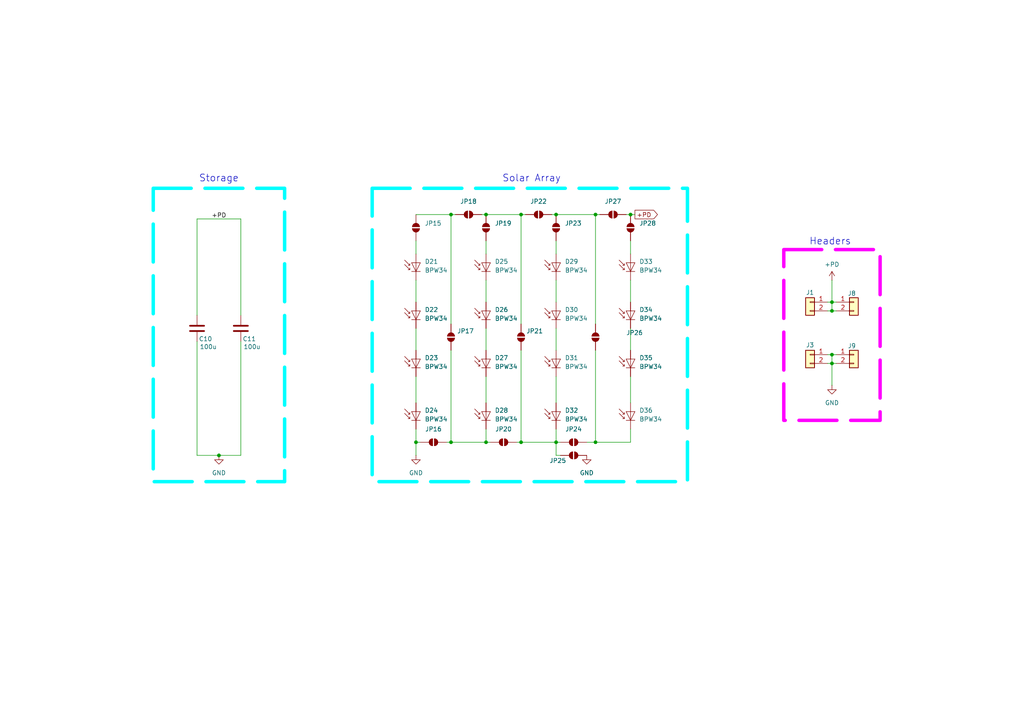
<source format=kicad_sch>
(kicad_sch (version 20231120) (generator "eeschema") (generator_version "8.0")
  (paper "A4")
  (lib_symbols
    (symbol "Connector_Generic:Conn_01x02" (pin_names (offset 1.016) hide)
      (property "Reference" "J" (at 0 2.54 0))
      (property "Value" "Conn_01x02" (at 0 -5.08 0))
      (symbol "Conn_01x02_1_1"
        (rectangle (start -1.27 -2.413) (end 0 -2.667) (stroke (width 0.1524)))
        (rectangle (start -1.27 0.127) (end 0 -0.127) (stroke (width 0.1524)))
        (rectangle (start -1.27 1.27) (end 1.27 -3.81) (stroke (width 0.254)) (fill (type background)))
        (pin passive line (at -5.08 0 0) (length 3.81) (name "Pin_1") (number "1"))
        (pin passive line (at -5.08 -2.54 0) (length 3.81) (name "Pin_2") (number "2"))
      )
    )
    (symbol "Device:C" (pin_numbers hide) (pin_names (offset 0.254))
      (property "Reference" "C" (at 0.635 2.54 0))
      (property "Value" "C" (at 0.635 -2.54 0))
      (symbol "C_0_1"
        (polyline (pts (xy -2.032 -0.762) (xy 2.032 -0.762)) (stroke (width 0.508)))
        (polyline (pts (xy -2.032 0.762) (xy 2.032 0.762)) (stroke (width 0.508)))
      )
      (symbol "C_1_1"
        (pin passive line (at 0 3.81 270) (length 2.794) (name "~") (number "1"))
        (pin passive line (at 0 -3.81 90) (length 2.794) (name "~") (number "2"))
      )
    )
    (symbol "Jumper:SolderJumper_2_Open" (pin_numbers hide) (pin_names (offset 0) hide) (exclude_from_sim yes) (in_bom no)
      (property "Reference" "JP" (at 0 2.032 0))
      (property "Value" "SolderJumper_2_Open" (at 0 -2.54 0))
      (symbol "SolderJumper_2_Open_0_1"
        (arc (start -0.254 1.016) (mid -1.2656 0) (end -0.254 -1.016))
        (arc (start -0.254 1.016) (mid -1.2656 0) (end -0.254 -1.016) (fill (type outline)))
        (polyline (pts (xy -0.254 1.016) (xy -0.254 -1.016)))
        (polyline (pts (xy 0.254 1.016) (xy 0.254 -1.016)))
        (arc (start 0.254 -1.016) (mid 1.2656 0) (end 0.254 1.016))
        (arc (start 0.254 -1.016) (mid 1.2656 0) (end 0.254 1.016) (fill (type outline)))
      )
      (symbol "SolderJumper_2_Open_1_1"
        (pin passive line (at -3.81 0 0) (length 2.54) (name "A") (number "1"))
        (pin passive line (at 3.81 0 180) (length 2.54) (name "B") (number "2"))
      )
    )
    (symbol "Sensor_Optical:BPW34" (pin_numbers hide) (pin_names (offset 1.016) hide)
      (property "Reference" "D" (at 0.508 1.778 0))
      (property "Value" "BPW34" (at -1.016 -2.794 0))
      (symbol "BPW34_0_1"
        (polyline (pts (xy -2.54 1.27) (xy -2.54 -1.27)) (stroke (width 0.1524)))
        (polyline (pts (xy -2.032 1.778) (xy -1.524 1.778)))
        (polyline (pts (xy 0 -1.27) (xy 0 1.27)))
        (polyline (pts (xy 0 0) (xy -2.54 0)))
        (polyline (pts (xy -0.508 3.302) (xy -2.032 1.778) (xy -2.032 2.286)))
        (polyline (pts (xy 0 1.27) (xy -2.54 0) (xy 0 -1.27)))
        (polyline (pts (xy 0.762 3.302) (xy -0.762 1.778) (xy -0.762 2.286) (xy -0.762 1.778) (xy -0.254 1.778)))
      )
      (symbol "BPW34_1_1"
        (pin passive line (at -5.08 0 0) (length 2.54) (name "K") (number "1"))
        (pin passive line (at 2.54 0 180) (length 2.54) (name "A") (number "2"))
      )
    )
    (symbol "power:GND" (power) (pin_numbers hide) (pin_names (offset 0) hide)
      (property "Value" "GND" (at 0 -3.81 0))
      (symbol "GND_0_1"
        (polyline (pts (xy 0 0) (xy 0 -1.27) (xy 1.27 -1.27) (xy 0 -2.54) (xy -1.27 -1.27) (xy 0 -1.27)))
      )
      (symbol "GND_1_1"
        (pin power_in line (at 0 0 270) (length 0) (name "~") (number "1"))
      )
    )
    (symbol "power:VCC" (power) (pin_numbers hide) (pin_names (offset 0) hide)
      (property "Value" "VCC" (at 0 3.556 0))
      (symbol "VCC_0_1"
        (polyline (pts (xy -0.762 1.27) (xy 0 2.54)))
        (polyline (pts (xy 0 0) (xy 0 2.54)))
        (polyline (pts (xy 0 2.54) (xy 0.762 1.27)))
      )
      (symbol "VCC_1_1"
        (pin power_in line (at 0 0 90) (length 0) (name "~") (number "1"))
      )
    )
  )
  (junction (at 241.3 90.17))
  (junction (at 130.81 128.27))
  (junction (at 151.13 62.23))
  (junction (at 172.72 62.23))
  (junction (at 63.5 132.08))
  (junction (at 182.88 62.23))
  (junction (at 241.3 105.41))
  (junction (at 172.72 128.27))
  (junction (at 151.13 128.27))
  (junction (at 161.29 62.23))
  (junction (at 140.97 128.27))
  (junction (at 140.97 62.23))
  (junction (at 120.65 128.27))
  (junction (at 161.29 128.27))
  (junction (at 241.3 87.63))
  (junction (at 130.81 62.23))
  (junction (at 241.3 102.87))
  (wire (pts (xy 120.65 109.22) (xy 120.65 116.84)))
  (wire (pts (xy 161.29 62.23) (xy 172.72 62.23)))
  (wire (pts (xy 162.56 132.08) (xy 161.29 132.08)))
  (wire (pts (xy 161.29 128.27) (xy 162.56 128.27)))
  (wire (pts (xy 182.88 95.25) (xy 182.88 101.6)))
  (wire (pts (xy 172.72 93.98) (xy 172.72 62.23)))
  (wire (pts (xy 182.88 62.23) (xy 184.15 62.23)))
  (wire (pts (xy 149.86 128.27) (xy 151.13 128.27)))
  (wire (pts (xy 181.61 62.23) (xy 182.88 62.23)))
  (wire (pts (xy 182.88 81.28) (xy 182.88 87.63)))
  (wire (pts (xy 140.97 73.66) (xy 140.97 69.85)))
  (wire (pts (xy 241.3 102.87) (xy 242.57 102.87)))
  (wire (pts (xy 142.24 128.27) (xy 140.97 128.27)))
  (wire (pts (xy 120.65 128.27) (xy 121.92 128.27)))
  (wire (pts (xy 241.3 102.87) (xy 241.3 105.41)))
  (wire (pts (xy 129.54 128.27) (xy 130.81 128.27)))
  (wire (pts (xy 172.72 128.27) (xy 182.88 128.27)))
  (wire (pts (xy 241.3 105.41) (xy 241.3 111.76)))
  (wire (pts (xy 140.97 109.22) (xy 140.97 116.84)))
  (wire (pts (xy 241.3 81.28) (xy 241.3 87.63)))
  (wire (pts (xy 130.81 101.6) (xy 130.81 128.27)))
  (wire (pts (xy 69.85 132.08) (xy 69.85 99.06)))
  (wire (pts (xy 120.65 81.28) (xy 120.65 87.63)))
  (wire (pts (xy 63.5 132.08) (xy 69.85 132.08)))
  (wire (pts (xy 120.65 62.23) (xy 130.81 62.23)))
  (wire (pts (xy 161.29 95.25) (xy 161.29 101.6)))
  (wire (pts (xy 240.03 87.63) (xy 241.3 87.63)))
  (wire (pts (xy 57.15 132.08) (xy 63.5 132.08)))
  (wire (pts (xy 151.13 101.6) (xy 151.13 128.27)))
  (wire (pts (xy 151.13 128.27) (xy 161.29 128.27)))
  (wire (pts (xy 172.72 62.23) (xy 173.99 62.23)))
  (wire (pts (xy 241.3 87.63) (xy 242.57 87.63)))
  (wire (pts (xy 240.03 90.17) (xy 241.3 90.17)))
  (wire (pts (xy 161.29 69.85) (xy 161.29 73.66)))
  (wire (pts (xy 161.29 81.28) (xy 161.29 87.63)))
  (wire (pts (xy 120.65 132.08) (xy 120.65 128.27)))
  (wire (pts (xy 120.65 124.46) (xy 120.65 128.27)))
  (wire (pts (xy 241.3 90.17) (xy 242.57 90.17)))
  (wire (pts (xy 69.85 63.5) (xy 69.85 91.44)))
  (wire (pts (xy 140.97 62.23) (xy 151.13 62.23)))
  (wire (pts (xy 140.97 81.28) (xy 140.97 87.63)))
  (wire (pts (xy 160.02 62.23) (xy 161.29 62.23)))
  (wire (pts (xy 120.65 69.85) (xy 120.65 73.66)))
  (wire (pts (xy 120.65 95.25) (xy 120.65 101.6)))
  (wire (pts (xy 170.18 128.27) (xy 172.72 128.27)))
  (wire (pts (xy 57.15 91.44) (xy 57.15 63.5)))
  (wire (pts (xy 172.72 101.6) (xy 172.72 128.27)))
  (wire (pts (xy 161.29 128.27) (xy 161.29 132.08)))
  (wire (pts (xy 240.03 105.41) (xy 241.3 105.41)))
  (wire (pts (xy 241.3 87.63) (xy 241.3 90.17)))
  (wire (pts (xy 130.81 62.23) (xy 132.08 62.23)))
  (wire (pts (xy 151.13 62.23) (xy 152.4 62.23)))
  (wire (pts (xy 161.29 109.22) (xy 161.29 116.84)))
  (wire (pts (xy 182.88 124.46) (xy 182.88 128.27)))
  (wire (pts (xy 140.97 124.46) (xy 140.97 128.27)))
  (wire (pts (xy 182.88 109.22) (xy 182.88 116.84)))
  (wire (pts (xy 140.97 95.25) (xy 140.97 101.6)))
  (wire (pts (xy 182.88 73.66) (xy 182.88 69.85)))
  (wire (pts (xy 139.7 62.23) (xy 140.97 62.23)))
  (wire (pts (xy 151.13 93.98) (xy 151.13 62.23)))
  (wire (pts (xy 130.81 128.27) (xy 140.97 128.27)))
  (wire (pts (xy 161.29 124.46) (xy 161.29 128.27)))
  (wire (pts (xy 57.15 99.06) (xy 57.15 132.08)))
  (wire (pts (xy 240.03 102.87) (xy 241.3 102.87)))
  (wire (pts (xy 242.57 105.41) (xy 241.3 105.41)))
  (wire (pts (xy 130.81 93.98) (xy 130.81 62.23)))
  (wire (pts (xy 57.15 63.5) (xy 69.85 63.5)))
  (rectangle (start 227.33 72.39) (end 255.27 121.92) (stroke (width 1) (type dash) (color 255 0 255 0.6)))
  (rectangle (start 44.45 54.61) (end 82.55 139.7) (stroke (width 1) (type dash) (color 0 255 255 0.5)))
  (rectangle (start 107.95 54.61) (end 199.39 139.7) (stroke (width 1) (type dash) (color 0 255 255 0.5)))
  (text "Headers" (at 240.792 70.104 0) (effects (font (size 2 2))))
  (text "Solar Array\n" (at 154.178 51.816 0) (effects (font (size 2 2))))
  (text "Storage" (at 63.5 51.816 0) (effects (font (size 2 2))))
  (label "+PD" (at 63.5 63.5 0))
  (global_label "+PD" (shape output) (at 184.15 62.23 0) (property "Intersheetrefs" "${INTERSHEET_REFS}" (effects (hide yes))))
  (symbol (lib_id "Jumper:SolderJumper_2_Open") (at 182.88 66.04 90) (unit 1) (exclude_from_sim yes) (in_bom no)
    (property "Reference" "JP28" (at 185.42 64.7699 90) (effects (justify right)))
    (property "Value" "SolderJumper_2_Open" (effects (hide yes)))
    (property "Footprint" "Jumper:SolderJumper-2_P1.3mm_Open_RoundedPad1.0x1.5mm" (effects (hide yes)))
    (property "Description" "Solder Jumper, 2-pole, open" (effects (hide yes)))
  )
  (symbol (lib_id "Sensor_Optical:BPW34") (at 161.29 119.38 90) (unit 1)
    (property "Reference" "D32" (at 163.83 119.037 90) (effects (justify right)))
    (property "Value" "BPW34" (at 163.83 121.577 90) (effects (justify right)))
    (property "Footprint" "OptoDevice:Osram_DIL2_4.3x4.65mm_P5.08mm" (effects (hide yes)))
    (property "Datasheet" "http://www.vishay.com/docs/81521/bpw34.pdf" (effects (hide yes)))
    (property "Description" "Silicon PIN Photodiode" (effects (hide yes)))
  )
  (symbol (lib_id "Sensor_Optical:BPW34") (at 120.65 76.2 90) (unit 1)
    (property "Reference" "D21" (at 123.19 75.857 90) (effects (justify right)))
    (property "Value" "BPW34" (at 123.19 78.397 90) (effects (justify right)))
    (property "Footprint" "OptoDevice:Osram_DIL2_4.3x4.65mm_P5.08mm" (effects (hide yes)))
    (property "Datasheet" "http://www.vishay.com/docs/81521/bpw34.pdf" (effects (hide yes)))
    (property "Description" "Silicon PIN Photodiode" (effects (hide yes)))
  )
  (symbol (lib_id "Jumper:SolderJumper_2_Open") (at 177.8 62.23 180) (unit 1) (exclude_from_sim yes) (in_bom no)
    (property "Reference" "JP27" (at 177.8 58.42 0))
    (property "Value" "SolderJumper_2_Open" (effects (hide yes)))
    (property "Footprint" "Jumper:SolderJumper-2_P1.3mm_Open_RoundedPad1.0x1.5mm" (effects (hide yes)))
    (property "Description" "Solder Jumper, 2-pole, open" (effects (hide yes)))
  )
  (symbol (lib_id "Jumper:SolderJumper_2_Open") (at 166.37 128.27 180) (unit 1) (exclude_from_sim yes) (in_bom no)
    (property "Reference" "JP24" (at 166.37 124.46 0))
    (property "Value" "SolderJumper_2_Open" (effects (hide yes)))
    (property "Footprint" "Jumper:SolderJumper-2_P1.3mm_Open_RoundedPad1.0x1.5mm" (effects (hide yes)))
    (property "Description" "Solder Jumper, 2-pole, open" (effects (hide yes)))
  )
  (symbol (lib_id "Connector_Generic:Conn_01x02") (at 234.95 102.87 0) (mirror y) (unit 1)
    (property "Reference" "J3" (at 234.95 100.076 0))
    (property "Value" "Conn_01x02" (effects (hide yes)))
    (property "Footprint" "Connector_PinSocket_2.54mm:PinSocket_1x02_P2.54mm_Vertical" (effects (hide yes)))
    (property "Description" "Generic connector, single row, 01x02, script generated (kicad-library-utils/schlib/autogen/connector/)" (effects (hide yes)))
  )
  (symbol (lib_id "Sensor_Optical:BPW34") (at 161.29 76.2 90) (unit 1)
    (property "Reference" "D29" (at 163.83 75.857 90) (effects (justify right)))
    (property "Value" "BPW34" (at 163.83 78.397 90) (effects (justify right)))
    (property "Footprint" "OptoDevice:Osram_DIL2_4.3x4.65mm_P5.08mm" (effects (hide yes)))
    (property "Datasheet" "http://www.vishay.com/docs/81521/bpw34.pdf" (effects (hide yes)))
    (property "Description" "Silicon PIN Photodiode" (effects (hide yes)))
  )
  (symbol (lib_id "Connector_Generic:Conn_01x02") (at 247.65 102.87 0) (unit 1)
    (property "Reference" "J9" (at 245.872 100.33 0) (effects (justify left)))
    (property "Value" "Conn_01x02" (effects (hide yes)))
    (property "Footprint" "Connector_PinSocket_2.54mm:PinSocket_1x02_P2.54mm_Vertical" (effects (hide yes)))
    (property "Description" "Generic connector, single row, 01x02, script generated (kicad-library-utils/schlib/autogen/connector/)" (effects (hide yes)))
  )
  (symbol (lib_id "Sensor_Optical:BPW34") (at 120.65 119.38 90) (unit 1)
    (property "Reference" "D24" (at 123.19 119.037 90) (effects (justify right)))
    (property "Value" "BPW34" (at 123.19 121.577 90) (effects (justify right)))
    (property "Footprint" "OptoDevice:Osram_DIL2_4.3x4.65mm_P5.08mm" (effects (hide yes)))
    (property "Datasheet" "http://www.vishay.com/docs/81521/bpw34.pdf" (effects (hide yes)))
    (property "Description" "Silicon PIN Photodiode" (effects (hide yes)))
  )
  (symbol (lib_id "Jumper:SolderJumper_2_Open") (at 135.89 62.23 180) (unit 1) (exclude_from_sim yes) (in_bom no)
    (property "Reference" "JP18" (at 135.89 58.42 0))
    (property "Value" "SolderJumper_2_Open" (effects (hide yes)))
    (property "Footprint" "Jumper:SolderJumper-2_P1.3mm_Open_RoundedPad1.0x1.5mm" (effects (hide yes)))
    (property "Description" "Solder Jumper, 2-pole, open" (effects (hide yes)))
  )
  (symbol (lib_id "Jumper:SolderJumper_2_Open") (at 140.97 66.04 90) (unit 1) (exclude_from_sim yes) (in_bom no)
    (property "Reference" "JP19" (at 143.51 64.7699 90) (effects (justify right)))
    (property "Value" "SolderJumper_2_Open" (effects (hide yes)))
    (property "Footprint" "Jumper:SolderJumper-2_P1.3mm_Open_RoundedPad1.0x1.5mm" (effects (hide yes)))
    (property "Description" "Solder Jumper, 2-pole, open" (effects (hide yes)))
  )
  (symbol (lib_id "Connector_Generic:Conn_01x02") (at 234.95 87.63 0) (mirror y) (unit 1)
    (property "Reference" "J1" (at 234.95 84.836 0))
    (property "Value" "Conn_01x02" (effects (hide yes)))
    (property "Footprint" "Connector_PinSocket_2.54mm:PinSocket_1x02_P2.54mm_Vertical" (effects (hide yes)))
    (property "Description" "Generic connector, single row, 01x02, script generated (kicad-library-utils/schlib/autogen/connector/)" (effects (hide yes)))
  )
  (symbol (lib_id "Sensor_Optical:BPW34") (at 182.88 104.14 90) (unit 1)
    (property "Reference" "D35" (at 185.42 103.797 90) (effects (justify right)))
    (property "Value" "BPW34" (at 185.42 106.337 90) (effects (justify right)))
    (property "Footprint" "OptoDevice:Osram_DIL2_4.3x4.65mm_P5.08mm" (effects (hide yes)))
    (property "Datasheet" "http://www.vishay.com/docs/81521/bpw34.pdf" (effects (hide yes)))
    (property "Description" "Silicon PIN Photodiode" (effects (hide yes)))
  )
  (symbol (lib_id "Sensor_Optical:BPW34") (at 140.97 104.14 90) (unit 1)
    (property "Reference" "D27" (at 143.51 103.797 90) (effects (justify right)))
    (property "Value" "BPW34" (at 143.51 106.337 90) (effects (justify right)))
    (property "Footprint" "OptoDevice:Osram_DIL2_4.3x4.65mm_P5.08mm" (effects (hide yes)))
    (property "Datasheet" "http://www.vishay.com/docs/81521/bpw34.pdf" (effects (hide yes)))
    (property "Description" "Silicon PIN Photodiode" (effects (hide yes)))
  )
  (symbol (lib_id "power:GND") (at 241.3 111.76 0) (unit 1)
    (property "Reference" "#PWR039" (effects (hide yes)))
    (property "Value" "GND" (at 241.3 116.84 0))
    (property "Description" "Power symbol creates a global label with name \"GND\" , ground" (effects (hide yes)))
  )
  (symbol (lib_id "Jumper:SolderJumper_2_Open") (at 166.37 132.08 180) (unit 1) (exclude_from_sim yes) (in_bom no)
    (property "Reference" "JP25" (at 161.798 133.604 0))
    (property "Value" "SolderJumper_2_Open" (effects (hide yes)))
    (property "Footprint" "Jumper:SolderJumper-2_P1.3mm_Open_RoundedPad1.0x1.5mm" (effects (hide yes)))
    (property "Description" "Solder Jumper, 2-pole, open" (effects (hide yes)))
  )
  (symbol (lib_id "Jumper:SolderJumper_2_Open") (at 151.13 97.79 90) (unit 1) (exclude_from_sim yes) (in_bom no)
    (property "Reference" "JP21" (at 152.654 96.012 90) (effects (justify right)))
    (property "Value" "SolderJumper_2_Open" (effects (hide yes)))
    (property "Footprint" "Jumper:SolderJumper-2_P1.3mm_Open_RoundedPad1.0x1.5mm" (effects (hide yes)))
    (property "Description" "Solder Jumper, 2-pole, open" (effects (hide yes)))
  )
  (symbol (lib_id "Sensor_Optical:BPW34") (at 120.65 104.14 90) (unit 1)
    (property "Reference" "D23" (at 123.19 103.797 90) (effects (justify right)))
    (property "Value" "BPW34" (at 123.19 106.337 90) (effects (justify right)))
    (property "Footprint" "OptoDevice:Osram_DIL2_4.3x4.65mm_P5.08mm" (effects (hide yes)))
    (property "Datasheet" "http://www.vishay.com/docs/81521/bpw34.pdf" (effects (hide yes)))
    (property "Description" "Silicon PIN Photodiode" (effects (hide yes)))
  )
  (symbol (lib_id "Jumper:SolderJumper_2_Open") (at 156.21 62.23 180) (unit 1) (exclude_from_sim yes) (in_bom no)
    (property "Reference" "JP22" (at 156.21 58.42 0))
    (property "Value" "SolderJumper_2_Open" (effects (hide yes)))
    (property "Footprint" "Jumper:SolderJumper-2_P1.3mm_Open_RoundedPad1.0x1.5mm" (effects (hide yes)))
    (property "Description" "Solder Jumper, 2-pole, open" (effects (hide yes)))
  )
  (symbol (lib_id "Device:C") (at 69.85 95.25 0) (unit 1)
    (property "Reference" "C11" (at 70.358 98.298 0) (effects (justify left)))
    (property "Value" "100u" (at 70.612 100.584 0) (effects (justify left)))
    (property "Footprint" "Capacitor_SMD:C_1210_3225Metric_Pad1.33x2.70mm_HandSolder" (effects (hide yes)))
    (property "Description" "Unpolarized capacitor" (effects (hide yes)))
  )
  (symbol (lib_id "power:GND") (at 63.5 132.08 0) (unit 1)
    (property "Reference" "#PWR032" (effects (hide yes)))
    (property "Value" "GND" (at 63.5 137.16 0))
    (property "Description" "Power symbol creates a global label with name \"GND\" , ground" (effects (hide yes)))
  )
  (symbol (lib_id "Jumper:SolderJumper_2_Open") (at 120.65 66.04 90) (unit 1) (exclude_from_sim yes) (in_bom no)
    (property "Reference" "JP15" (at 123.19 64.7699 90) (effects (justify right)))
    (property "Value" "SolderJumper_2_Open" (effects (hide yes)))
    (property "Footprint" "Jumper:SolderJumper-2_P1.3mm_Open_RoundedPad1.0x1.5mm" (effects (hide yes)))
    (property "Description" "Solder Jumper, 2-pole, open" (effects (hide yes)))
  )
  (symbol (lib_id "power:GND") (at 120.65 132.08 0) (unit 1)
    (property "Reference" "#PWR013" (effects (hide yes)))
    (property "Value" "GND" (at 120.65 137.16 0))
    (property "Description" "Power symbol creates a global label with name \"GND\" , ground" (effects (hide yes)))
  )
  (symbol (lib_id "power:GND") (at 170.18 132.08 0) (unit 1)
    (property "Reference" "#PWR018" (effects (hide yes)))
    (property "Value" "GND" (at 170.18 137.16 0))
    (property "Description" "Power symbol creates a global label with name \"GND\" , ground" (effects (hide yes)))
  )
  (symbol (lib_id "Connector_Generic:Conn_01x02") (at 247.65 87.63 0) (unit 1)
    (property "Reference" "J8" (at 245.872 85.09 0) (effects (justify left)))
    (property "Value" "Conn_01x02" (effects (hide yes)))
    (property "Footprint" "Connector_PinSocket_2.54mm:PinSocket_1x02_P2.54mm_Vertical" (effects (hide yes)))
    (property "Description" "Generic connector, single row, 01x02, script generated (kicad-library-utils/schlib/autogen/connector/)" (effects (hide yes)))
  )
  (symbol (lib_id "power:VCC") (at 241.3 81.28 0) (unit 1)
    (property "Reference" "#PWR01" (effects (hide yes)))
    (property "Value" "+PD" (at 241.3 76.708 0))
    (property "Description" "Power symbol creates a global label with name \"VCC\"" (effects (hide yes)))
  )
  (symbol (lib_id "Jumper:SolderJumper_2_Open") (at 161.29 66.04 90) (unit 1) (exclude_from_sim yes) (in_bom no)
    (property "Reference" "JP23" (at 163.83 64.7699 90) (effects (justify right)))
    (property "Value" "SolderJumper_2_Open" (effects (hide yes)))
    (property "Footprint" "Jumper:SolderJumper-2_P1.3mm_Open_RoundedPad1.0x1.5mm" (effects (hide yes)))
    (property "Description" "Solder Jumper, 2-pole, open" (effects (hide yes)))
  )
  (symbol (lib_id "Sensor_Optical:BPW34") (at 120.65 90.17 90) (unit 1)
    (property "Reference" "D22" (at 123.19 89.827 90) (effects (justify right)))
    (property "Value" "BPW34" (at 123.19 92.367 90) (effects (justify right)))
    (property "Footprint" "OptoDevice:Osram_DIL2_4.3x4.65mm_P5.08mm" (effects (hide yes)))
    (property "Datasheet" "http://www.vishay.com/docs/81521/bpw34.pdf" (effects (hide yes)))
    (property "Description" "Silicon PIN Photodiode" (effects (hide yes)))
  )
  (symbol (lib_id "Device:C") (at 57.15 95.25 0) (unit 1)
    (property "Reference" "C10" (at 57.658 98.298 0) (effects (justify left)))
    (property "Value" "100u" (at 57.912 100.584 0) (effects (justify left)))
    (property "Footprint" "Capacitor_SMD:C_1210_3225Metric_Pad1.33x2.70mm_HandSolder" (effects (hide yes)))
    (property "Description" "Unpolarized capacitor" (effects (hide yes)))
  )
  (symbol (lib_id "Sensor_Optical:BPW34") (at 140.97 90.17 90) (unit 1)
    (property "Reference" "D26" (at 143.51 89.827 90) (effects (justify right)))
    (property "Value" "BPW34" (at 143.51 92.367 90) (effects (justify right)))
    (property "Footprint" "OptoDevice:Osram_DIL2_4.3x4.65mm_P5.08mm" (effects (hide yes)))
    (property "Datasheet" "http://www.vishay.com/docs/81521/bpw34.pdf" (effects (hide yes)))
    (property "Description" "Silicon PIN Photodiode" (effects (hide yes)))
  )
  (symbol (lib_id "Jumper:SolderJumper_2_Open") (at 146.05 128.27 180) (unit 1) (exclude_from_sim yes) (in_bom no)
    (property "Reference" "JP20" (at 146.05 124.46 0))
    (property "Value" "SolderJumper_2_Open" (effects (hide yes)))
    (property "Footprint" "Jumper:SolderJumper-2_P1.3mm_Open_RoundedPad1.0x1.5mm" (effects (hide yes)))
    (property "Description" "Solder Jumper, 2-pole, open" (effects (hide yes)))
  )
  (symbol (lib_id "Jumper:SolderJumper_2_Open") (at 125.73 128.27 180) (unit 1) (exclude_from_sim yes) (in_bom no)
    (property "Reference" "JP16" (at 125.73 124.46 0))
    (property "Value" "SolderJumper_2_Open" (effects (hide yes)))
    (property "Footprint" "Jumper:SolderJumper-2_P1.3mm_Open_RoundedPad1.0x1.5mm" (effects (hide yes)))
    (property "Description" "Solder Jumper, 2-pole, open" (effects (hide yes)))
  )
  (symbol (lib_id "Sensor_Optical:BPW34") (at 140.97 76.2 90) (unit 1)
    (property "Reference" "D25" (at 143.51 75.857 90) (effects (justify right)))
    (property "Value" "BPW34" (at 143.51 78.397 90) (effects (justify right)))
    (property "Footprint" "OptoDevice:Osram_DIL2_4.3x4.65mm_P5.08mm" (effects (hide yes)))
    (property "Datasheet" "http://www.vishay.com/docs/81521/bpw34.pdf" (effects (hide yes)))
    (property "Description" "Silicon PIN Photodiode" (effects (hide yes)))
  )
  (symbol (lib_id "Sensor_Optical:BPW34") (at 182.88 90.17 90) (unit 1)
    (property "Reference" "D34" (at 185.42 89.827 90) (effects (justify right)))
    (property "Value" "BPW34" (at 185.42 92.367 90) (effects (justify right)))
    (property "Footprint" "OptoDevice:Osram_DIL2_4.3x4.65mm_P5.08mm" (effects (hide yes)))
    (property "Datasheet" "http://www.vishay.com/docs/81521/bpw34.pdf" (effects (hide yes)))
    (property "Description" "Silicon PIN Photodiode" (effects (hide yes)))
  )
  (symbol (lib_id "Sensor_Optical:BPW34") (at 140.97 119.38 90) (unit 1)
    (property "Reference" "D28" (at 143.51 119.037 90) (effects (justify right)))
    (property "Value" "BPW34" (at 143.51 121.577 90) (effects (justify right)))
    (property "Footprint" "OptoDevice:Osram_DIL2_4.3x4.65mm_P5.08mm" (effects (hide yes)))
    (property "Datasheet" "http://www.vishay.com/docs/81521/bpw34.pdf" (effects (hide yes)))
    (property "Description" "Silicon PIN Photodiode" (effects (hide yes)))
  )
  (symbol (lib_id "Sensor_Optical:BPW34") (at 161.29 90.17 90) (unit 1)
    (property "Reference" "D30" (at 163.83 89.827 90) (effects (justify right)))
    (property "Value" "BPW34" (at 163.83 92.367 90) (effects (justify right)))
    (property "Footprint" "OptoDevice:Osram_DIL2_4.3x4.65mm_P5.08mm" (effects (hide yes)))
    (property "Datasheet" "http://www.vishay.com/docs/81521/bpw34.pdf" (effects (hide yes)))
    (property "Description" "Silicon PIN Photodiode" (effects (hide yes)))
  )
  (symbol (lib_id "Sensor_Optical:BPW34") (at 182.88 119.38 90) (unit 1)
    (property "Reference" "D36" (at 185.42 119.037 90) (effects (justify right)))
    (property "Value" "BPW34" (at 185.42 121.577 90) (effects (justify right)))
    (property "Footprint" "OptoDevice:Osram_DIL2_4.3x4.65mm_P5.08mm" (effects (hide yes)))
    (property "Datasheet" "http://www.vishay.com/docs/81521/bpw34.pdf" (effects (hide yes)))
    (property "Description" "Silicon PIN Photodiode" (effects (hide yes)))
  )
  (symbol (lib_id "Jumper:SolderJumper_2_Open") (at 130.81 97.79 90) (unit 1) (exclude_from_sim yes) (in_bom no)
    (property "Reference" "JP17" (at 132.588 96.012 90) (effects (justify right)))
    (property "Value" "SolderJumper_2_Open" (effects (hide yes)))
    (property "Footprint" "Jumper:SolderJumper-2_P1.3mm_Open_RoundedPad1.0x1.5mm" (effects (hide yes)))
    (property "Description" "Solder Jumper, 2-pole, open" (effects (hide yes)))
  )
  (symbol (lib_id "Jumper:SolderJumper_2_Open") (at 172.72 97.79 90) (unit 1) (exclude_from_sim yes) (in_bom no)
    (property "Reference" "JP26" (at 181.61 96.5199 90) (effects (justify right)))
    (property "Value" "SolderJumper_2_Open" (effects (hide yes)))
    (property "Footprint" "Jumper:SolderJumper-2_P1.3mm_Open_RoundedPad1.0x1.5mm" (effects (hide yes)))
    (property "Description" "Solder Jumper, 2-pole, open" (effects (hide yes)))
  )
  (symbol (lib_id "Sensor_Optical:BPW34") (at 161.29 104.14 90) (unit 1)
    (property "Reference" "D31" (at 163.83 103.797 90) (effects (justify right)))
    (property "Value" "BPW34" (at 163.83 106.337 90) (effects (justify right)))
    (property "Footprint" "OptoDevice:Osram_DIL2_4.3x4.65mm_P5.08mm" (effects (hide yes)))
    (property "Datasheet" "http://www.vishay.com/docs/81521/bpw34.pdf" (effects (hide yes)))
    (property "Description" "Silicon PIN Photodiode" (effects (hide yes)))
  )
  (symbol (lib_id "Sensor_Optical:BPW34") (at 182.88 76.2 90) (unit 1)
    (property "Reference" "D33" (at 185.42 75.857 90) (effects (justify right)))
    (property "Value" "BPW34" (at 185.42 78.397 90) (effects (justify right)))
    (property "Footprint" "OptoDevice:Osram_DIL2_4.3x4.65mm_P5.08mm" (effects (hide yes)))
    (property "Datasheet" "http://www.vishay.com/docs/81521/bpw34.pdf" (effects (hide yes)))
    (property "Description" "Silicon PIN Photodiode" (effects (hide yes)))
  )
)
</source>
